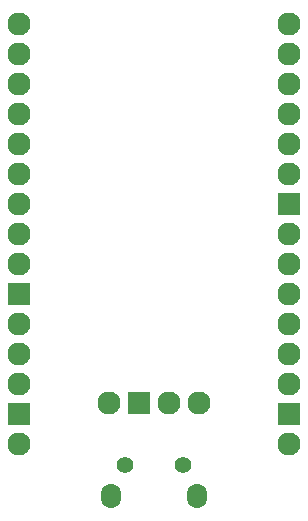
<source format=gbs>
G04 Layer_Color=16711935*
%FSLAX25Y25*%
%MOIN*%
G70*
G01*
G75*
%ADD68C,0.07700*%
%ADD69R,0.07700X0.07700*%
%ADD70C,0.07700*%
%ADD71R,0.07700X0.07700*%
%ADD72C,0.05524*%
%ADD73O,0.06706X0.08280*%
D68*
X56200Y29700D02*
D03*
X46200D02*
D03*
X26200D02*
D03*
D69*
X36200D02*
D03*
D70*
X-4000Y16000D02*
D03*
Y56000D02*
D03*
Y46000D02*
D03*
Y36000D02*
D03*
Y76000D02*
D03*
Y86000D02*
D03*
Y96000D02*
D03*
Y156000D02*
D03*
Y146000D02*
D03*
Y136000D02*
D03*
Y126000D02*
D03*
Y116000D02*
D03*
Y106000D02*
D03*
X86000Y16000D02*
D03*
Y56000D02*
D03*
Y46000D02*
D03*
Y36000D02*
D03*
Y66000D02*
D03*
Y76000D02*
D03*
Y86000D02*
D03*
Y156000D02*
D03*
Y146000D02*
D03*
Y136000D02*
D03*
Y126000D02*
D03*
Y116000D02*
D03*
Y106000D02*
D03*
D71*
X-4000Y26000D02*
D03*
Y66000D02*
D03*
X86000Y26000D02*
D03*
Y96000D02*
D03*
D72*
X50550Y9000D02*
D03*
X31450D02*
D03*
D73*
X26700Y-1400D02*
D03*
X55300D02*
D03*
M02*

</source>
